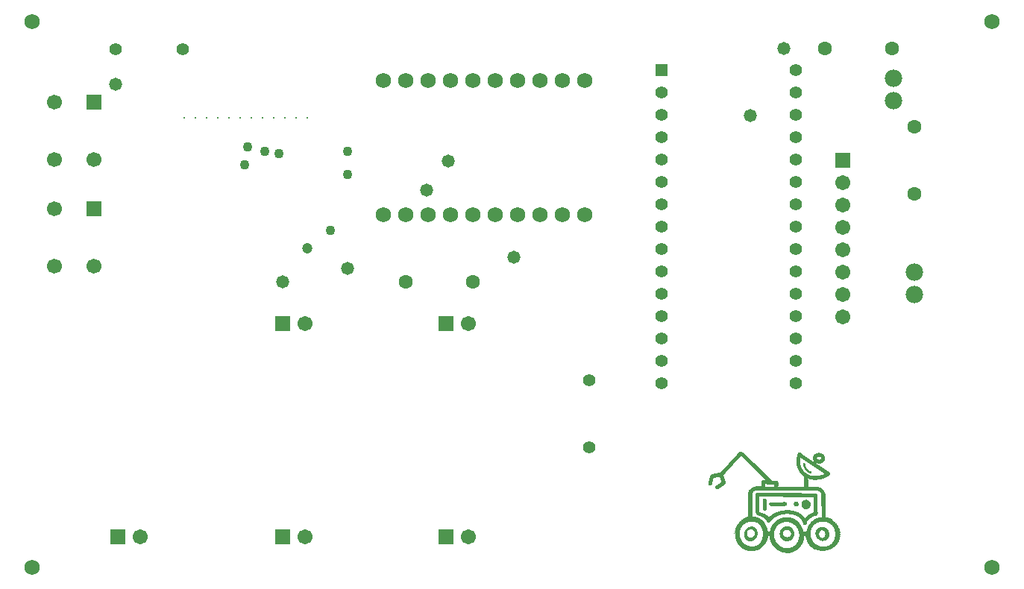
<source format=gts>
G04*
G04 #@! TF.GenerationSoftware,Altium Limited,Altium Designer,22.5.1 (42)*
G04*
G04 Layer_Color=8388736*
%FSLAX44Y44*%
%MOMM*%
G71*
G04*
G04 #@! TF.SameCoordinates,59833303-F81C-41AE-A648-6339ECF52ADC*
G04*
G04*
G04 #@! TF.FilePolarity,Negative*
G04*
G01*
G75*
%ADD16C,0.2286*%
%ADD17C,1.4032*%
%ADD18C,1.2032*%
%ADD19C,1.7012*%
%ADD20R,1.7012X1.7012*%
%ADD21C,1.7032*%
%ADD22R,1.7032X1.7032*%
%ADD23C,1.6032*%
%ADD24C,1.7272*%
%ADD25C,1.4140*%
%ADD26R,1.4140X1.4140*%
%ADD27R,1.7032X1.7032*%
%ADD28C,1.9812*%
%ADD29C,1.4732*%
%ADD30C,1.1032*%
G36*
X826637Y152324D02*
X828059D01*
Y152040D01*
X828628D01*
Y151756D01*
X828912D01*
Y151471D01*
X829196D01*
Y151187D01*
X829765D01*
Y150903D01*
X830049D01*
Y150618D01*
X830334D01*
Y150334D01*
X830618D01*
Y150050D01*
X830902D01*
Y149765D01*
X831187D01*
Y149481D01*
X831471D01*
Y149197D01*
X831755D01*
Y148912D01*
X832040D01*
Y148628D01*
X832324D01*
Y148344D01*
X832608D01*
Y148059D01*
X832893D01*
Y147775D01*
X833177D01*
Y147491D01*
X833461D01*
Y147206D01*
X833745D01*
Y146922D01*
X834030D01*
Y146638D01*
X834314D01*
Y146353D01*
X834598D01*
Y146069D01*
X834883D01*
Y145785D01*
X835167D01*
Y145500D01*
X835452D01*
Y145216D01*
X835736D01*
Y144932D01*
X836020D01*
Y144647D01*
X836304D01*
Y144363D01*
X836589D01*
Y144079D01*
X836873D01*
Y143794D01*
X837158D01*
Y143510D01*
X837442D01*
Y143226D01*
X837726D01*
Y142941D01*
X838010D01*
Y142657D01*
X838295D01*
Y142373D01*
X838579D01*
Y142088D01*
X838863D01*
Y141804D01*
X839148D01*
Y141520D01*
X839432D01*
Y141235D01*
X839716D01*
Y140951D01*
X840001D01*
Y140667D01*
X840285D01*
Y140382D01*
X840569D01*
Y140098D01*
X840854D01*
Y139814D01*
X841422D01*
Y139529D01*
X841707D01*
Y139245D01*
X841991D01*
Y138961D01*
X842275D01*
Y138676D01*
X842560D01*
Y138392D01*
X842844D01*
Y138108D01*
X843128D01*
Y137823D01*
X843413D01*
Y137539D01*
X843697D01*
Y137255D01*
X843981D01*
Y136971D01*
X844266D01*
Y136686D01*
X844550D01*
Y136402D01*
X844834D01*
Y136117D01*
X845119D01*
Y135833D01*
X845403D01*
Y135549D01*
X845687D01*
Y135265D01*
X845972D01*
Y134980D01*
X846256D01*
Y134696D01*
X846540D01*
Y134411D01*
X846825D01*
Y134127D01*
X847109D01*
Y133843D01*
X847393D01*
Y133559D01*
X847678D01*
Y133274D01*
X847962D01*
Y132990D01*
X848246D01*
Y132705D01*
X848531D01*
Y132421D01*
X848815D01*
Y132137D01*
X849099D01*
Y131853D01*
X849384D01*
Y131568D01*
X849668D01*
Y131284D01*
X849952D01*
Y131000D01*
X850237D01*
Y130715D01*
X850521D01*
Y130431D01*
X850805D01*
Y130147D01*
X851090D01*
Y129862D01*
X851374D01*
Y129578D01*
X851658D01*
Y129294D01*
X851943D01*
Y129009D01*
X852227D01*
Y128725D01*
X852795D01*
Y128441D01*
X853080D01*
Y128156D01*
X853364D01*
Y127872D01*
X853649D01*
Y127588D01*
X853933D01*
Y127303D01*
X854217D01*
Y127019D01*
X854501D01*
Y126735D01*
X854786D01*
Y126450D01*
X855070D01*
Y126166D01*
X855355D01*
Y125882D01*
X855639D01*
Y125597D01*
X855923D01*
Y125313D01*
X856208D01*
Y125029D01*
X856492D01*
Y124744D01*
X856776D01*
Y124460D01*
X857060D01*
Y124176D01*
X857345D01*
Y123891D01*
X857629D01*
Y123607D01*
X857913D01*
Y123323D01*
X858198D01*
Y123038D01*
X858482D01*
Y122754D01*
X858766D01*
Y122470D01*
X859051D01*
Y122185D01*
X859335D01*
Y121901D01*
X859619D01*
Y121617D01*
X859904D01*
Y121332D01*
X860188D01*
Y121048D01*
X860472D01*
Y120764D01*
X860757D01*
Y120479D01*
X861041D01*
Y120195D01*
X861325D01*
Y119911D01*
X866728D01*
Y119626D01*
X867865D01*
Y119342D01*
X868149D01*
Y119058D01*
X868434D01*
Y118773D01*
X868718D01*
Y117921D01*
X869002D01*
Y113940D01*
X868718D01*
Y113087D01*
X892886D01*
Y112802D01*
X898288D01*
Y124460D01*
X898004D01*
Y124744D01*
X897435D01*
Y125029D01*
X897151D01*
Y125313D01*
X896866D01*
Y125597D01*
X896298D01*
Y125882D01*
X896013D01*
Y126166D01*
X895729D01*
Y126450D01*
X895445D01*
Y126735D01*
X895160D01*
Y127019D01*
X894876D01*
Y127303D01*
X894592D01*
Y127588D01*
X894307D01*
Y127872D01*
X894023D01*
Y128156D01*
X893739D01*
Y128725D01*
X893455D01*
Y129009D01*
X893170D01*
Y129294D01*
X892886D01*
Y129862D01*
X892601D01*
Y130147D01*
X892317D01*
Y130715D01*
X892033D01*
Y131284D01*
X891749D01*
Y131853D01*
X891464D01*
Y132421D01*
X891180D01*
Y132990D01*
X890895D01*
Y133559D01*
X890611D01*
Y134411D01*
X890327D01*
Y135265D01*
X890042D01*
Y136402D01*
X889758D01*
Y137823D01*
X889474D01*
Y140382D01*
X889190D01*
Y142657D01*
X889474D01*
Y145216D01*
X889758D01*
Y146922D01*
X890042D01*
Y148059D01*
X890327D01*
Y148912D01*
X890611D01*
Y149765D01*
X890895D01*
Y150618D01*
X891180D01*
Y150903D01*
X891464D01*
Y151471D01*
X892033D01*
Y151756D01*
X892601D01*
Y152040D01*
X893455D01*
Y151756D01*
X894307D01*
Y151471D01*
X894592D01*
Y151187D01*
X894876D01*
Y150618D01*
X895160D01*
Y150334D01*
X895445D01*
Y150050D01*
X895729D01*
Y149765D01*
X896298D01*
Y149481D01*
X896582D01*
Y149197D01*
X897151D01*
Y148912D01*
X897435D01*
Y148628D01*
X898004D01*
Y148344D01*
X898288D01*
Y148059D01*
X898857D01*
Y147775D01*
X899141D01*
Y147491D01*
X899710D01*
Y147206D01*
X899994D01*
Y146922D01*
X900563D01*
Y146638D01*
X900847D01*
Y146353D01*
X901416D01*
Y146069D01*
X901700D01*
Y145785D01*
X902269D01*
Y145500D01*
X902553D01*
Y145216D01*
X903122D01*
Y144932D01*
X903406D01*
Y144647D01*
X903975D01*
Y144363D01*
X904259D01*
Y144079D01*
X904828D01*
Y143794D01*
X905112D01*
Y143510D01*
X905681D01*
Y143226D01*
X905965D01*
Y142941D01*
X906534D01*
Y142657D01*
X906818D01*
Y142373D01*
X907387D01*
Y142088D01*
X907671D01*
Y141804D01*
X908240D01*
Y141520D01*
X908524D01*
Y141235D01*
X909092D01*
Y141520D01*
X909377D01*
Y142373D01*
X909092D01*
Y142657D01*
X908808D01*
Y143226D01*
X908524D01*
Y144363D01*
X908240D01*
Y146353D01*
X908524D01*
Y147491D01*
X908808D01*
Y148059D01*
X909092D01*
Y148628D01*
X909377D01*
Y148912D01*
X909661D01*
Y149197D01*
X909946D01*
Y149481D01*
X910230D01*
Y149765D01*
X910514D01*
Y150050D01*
X910798D01*
Y150334D01*
X911367D01*
Y150618D01*
X911936D01*
Y150903D01*
X912789D01*
Y151187D01*
X913926D01*
Y151471D01*
X915916D01*
Y151187D01*
X917054D01*
Y150903D01*
X917907D01*
Y150618D01*
X918475D01*
Y150334D01*
X919044D01*
Y150050D01*
X919328D01*
Y149765D01*
X919897D01*
Y149481D01*
X920181D01*
Y149197D01*
X920466D01*
Y148628D01*
X920750D01*
Y148344D01*
X921034D01*
Y147775D01*
X921319D01*
Y147206D01*
X921603D01*
Y146353D01*
X921887D01*
Y144079D01*
X921603D01*
Y142941D01*
X921319D01*
Y142373D01*
X921034D01*
Y142088D01*
X920750D01*
Y141520D01*
X920466D01*
Y141235D01*
X920181D01*
Y140951D01*
X919897D01*
Y140667D01*
X919328D01*
Y140382D01*
X919044D01*
Y140098D01*
X918475D01*
Y139814D01*
X917907D01*
Y139529D01*
X917054D01*
Y139245D01*
X913357D01*
Y139529D01*
X912505D01*
Y138676D01*
X912789D01*
Y138392D01*
X913357D01*
Y138108D01*
X913642D01*
Y137823D01*
X914210D01*
Y137539D01*
X914495D01*
Y137255D01*
X915063D01*
Y136971D01*
X915348D01*
Y136686D01*
X915916D01*
Y136402D01*
X916201D01*
Y136117D01*
X916769D01*
Y135833D01*
X917054D01*
Y135549D01*
X917622D01*
Y135265D01*
X917907D01*
Y134980D01*
X918475D01*
Y134696D01*
X918760D01*
Y134411D01*
X919328D01*
Y134127D01*
X919613D01*
Y133843D01*
X920181D01*
Y133559D01*
X920466D01*
Y133274D01*
X921034D01*
Y132990D01*
X921319D01*
Y132705D01*
X921887D01*
Y132421D01*
X922172D01*
Y132137D01*
X922740D01*
Y131853D01*
X923025D01*
Y131568D01*
X923593D01*
Y131284D01*
X923878D01*
Y131000D01*
X924446D01*
Y130715D01*
X924731D01*
Y130431D01*
X925015D01*
Y130147D01*
X925584D01*
Y129862D01*
X926152D01*
Y129578D01*
X926437D01*
Y129294D01*
X926721D01*
Y129009D01*
X927005D01*
Y128725D01*
X927290D01*
Y128441D01*
X927574D01*
Y127872D01*
X927858D01*
Y127588D01*
X927574D01*
Y126735D01*
X927290D01*
Y126166D01*
X927005D01*
Y125882D01*
X926721D01*
Y125597D01*
X926437D01*
Y125313D01*
X925868D01*
Y125029D01*
X925584D01*
Y124744D01*
X925015D01*
Y124460D01*
X924446D01*
Y124176D01*
X923878D01*
Y123891D01*
X923309D01*
Y123607D01*
X922740D01*
Y123323D01*
X922172D01*
Y123038D01*
X921319D01*
Y122754D01*
X920750D01*
Y122470D01*
X919897D01*
Y122185D01*
X919044D01*
Y121901D01*
X917907D01*
Y121617D01*
X916769D01*
Y121332D01*
X915348D01*
Y121048D01*
X913073D01*
Y120764D01*
X908524D01*
Y121048D01*
X906249D01*
Y121332D01*
X905112D01*
Y121617D01*
X903975D01*
Y121901D01*
X903122D01*
Y122185D01*
X902837D01*
Y121901D01*
X902553D01*
Y121617D01*
X902837D01*
Y112802D01*
X913357D01*
Y112518D01*
X915063D01*
Y112234D01*
X915916D01*
Y111950D01*
X916485D01*
Y111665D01*
X917054D01*
Y111381D01*
X917622D01*
Y111097D01*
X917907D01*
Y110812D01*
X918475D01*
Y110528D01*
X918760D01*
Y110244D01*
X919044D01*
Y109959D01*
X919328D01*
Y109675D01*
X919613D01*
Y109391D01*
X919897D01*
Y109106D01*
X920181D01*
Y108538D01*
X920466D01*
Y108253D01*
X920750D01*
Y107685D01*
X921034D01*
Y107116D01*
X921319D01*
Y106547D01*
X921603D01*
Y105694D01*
X921887D01*
Y104841D01*
X922172D01*
Y103135D01*
X922456D01*
Y99439D01*
X922172D01*
Y88350D01*
X922456D01*
Y80673D01*
X922740D01*
Y80389D01*
X922456D01*
Y79252D01*
X922740D01*
Y78683D01*
X922456D01*
Y78399D01*
X923593D01*
Y78115D01*
X924731D01*
Y77830D01*
X925584D01*
Y77546D01*
X926152D01*
Y77262D01*
X927005D01*
Y76977D01*
X927574D01*
Y76693D01*
X927858D01*
Y76977D01*
X928427D01*
Y76693D01*
X928142D01*
Y76409D01*
X928427D01*
Y76124D01*
X928996D01*
Y75840D01*
X929564D01*
Y75556D01*
X929848D01*
Y75271D01*
X930133D01*
Y74987D01*
X930702D01*
Y74703D01*
X930986D01*
Y74418D01*
X931270D01*
Y74134D01*
X932123D01*
Y72997D01*
X933260D01*
Y72712D01*
X933545D01*
Y72428D01*
X933829D01*
Y71575D01*
X934682D01*
Y71006D01*
X934966D01*
Y70722D01*
X935251D01*
Y70438D01*
X935535D01*
Y69869D01*
X935819D01*
Y69585D01*
X936104D01*
Y69300D01*
X935819D01*
Y69016D01*
X936388D01*
Y68732D01*
X936672D01*
Y68163D01*
X936957D01*
Y67879D01*
X936672D01*
Y67594D01*
X937241D01*
Y67310D01*
X937525D01*
Y66741D01*
X937241D01*
Y66457D01*
X937810D01*
Y65888D01*
X938094D01*
Y65035D01*
X938378D01*
Y64182D01*
X938663D01*
Y63329D01*
X938947D01*
Y61908D01*
X939231D01*
Y60486D01*
X938663D01*
Y60202D01*
X938947D01*
Y59633D01*
X939231D01*
Y57927D01*
X938947D01*
Y57074D01*
X939231D01*
Y55652D01*
X938947D01*
Y54515D01*
X938663D01*
Y53662D01*
X938378D01*
Y53378D01*
X938094D01*
Y53094D01*
X938378D01*
Y52525D01*
X938094D01*
Y51956D01*
X937810D01*
Y51388D01*
X937525D01*
Y50535D01*
X937241D01*
Y50250D01*
X936672D01*
Y49966D01*
X936957D01*
Y49682D01*
X936388D01*
Y49397D01*
X936672D01*
Y49113D01*
X936388D01*
Y48829D01*
X935819D01*
Y48544D01*
X936104D01*
Y48260D01*
X935819D01*
Y47691D01*
X935535D01*
Y47407D01*
X935251D01*
Y47123D01*
X934966D01*
Y46838D01*
X934398D01*
Y46270D01*
X934113D01*
Y45985D01*
X933545D01*
Y45701D01*
X933829D01*
Y45417D01*
X933545D01*
Y45132D01*
X933260D01*
Y44848D01*
X932976D01*
Y44564D01*
X932408D01*
Y44279D01*
X932123D01*
Y43995D01*
X931270D01*
Y43426D01*
X930986D01*
Y43142D01*
X930702D01*
Y43426D01*
X930417D01*
Y42858D01*
X928996D01*
Y42573D01*
X928711D01*
Y42289D01*
X928142D01*
Y42005D01*
X927574D01*
Y41720D01*
X926721D01*
Y41436D01*
X925868D01*
Y41152D01*
X925015D01*
Y40868D01*
X923593D01*
Y40583D01*
X922172D01*
Y40299D01*
X919613D01*
Y40015D01*
X917338D01*
Y40299D01*
X915348D01*
Y40583D01*
X913926D01*
Y40868D01*
X913073D01*
Y41152D01*
X912220D01*
Y41436D01*
X910798D01*
Y41720D01*
X910230D01*
Y42005D01*
X909377D01*
Y42289D01*
X908524D01*
Y42573D01*
X908240D01*
Y42858D01*
X908524D01*
Y43142D01*
X907671D01*
Y43711D01*
X907102D01*
Y43995D01*
X906534D01*
Y44279D01*
X906249D01*
Y44564D01*
X905965D01*
Y44848D01*
X905681D01*
Y45132D01*
X905396D01*
Y45417D01*
X905112D01*
Y45701D01*
X904828D01*
Y45985D01*
X905112D01*
Y46270D01*
X904828D01*
Y46554D01*
X904543D01*
Y46270D01*
X904259D01*
Y46554D01*
X903975D01*
Y46838D01*
X904259D01*
Y47407D01*
X903975D01*
Y47123D01*
X903690D01*
Y47407D01*
X903406D01*
Y47691D01*
X903122D01*
Y48260D01*
X902837D01*
Y48544D01*
X903122D01*
Y48829D01*
X902553D01*
Y49113D01*
X902269D01*
Y49682D01*
X901984D01*
Y49966D01*
X902269D01*
Y50250D01*
X901700D01*
Y50819D01*
X901416D01*
Y51672D01*
X901131D01*
Y52241D01*
X900847D01*
Y53094D01*
X900563D01*
Y53947D01*
X900847D01*
Y54231D01*
X900563D01*
Y54515D01*
X900278D01*
Y55368D01*
X899994D01*
Y56505D01*
X898288D01*
Y54800D01*
X898004D01*
Y54515D01*
X897719D01*
Y54231D01*
X897435D01*
Y53947D01*
X898004D01*
Y53094D01*
X897719D01*
Y51956D01*
X897435D01*
Y51388D01*
X897151D01*
Y51103D01*
X896866D01*
Y50819D01*
X897151D01*
Y50250D01*
X896866D01*
Y49682D01*
X896582D01*
Y49113D01*
X896298D01*
Y48544D01*
X896013D01*
Y47976D01*
X895729D01*
Y47407D01*
X895445D01*
Y47123D01*
X895160D01*
Y46554D01*
X894876D01*
Y46270D01*
X894592D01*
Y45701D01*
X894307D01*
Y45417D01*
X894023D01*
Y45132D01*
X893739D01*
Y44564D01*
X893170D01*
Y43995D01*
X892886D01*
Y43711D01*
X892601D01*
Y43426D01*
X892317D01*
Y43142D01*
X892033D01*
Y42858D01*
X891749D01*
Y42573D01*
X891464D01*
Y42289D01*
X891180D01*
Y42573D01*
X890895D01*
Y41720D01*
X890327D01*
Y41436D01*
X890042D01*
Y41152D01*
X889758D01*
Y40868D01*
X888905D01*
Y40583D01*
X888337D01*
Y40015D01*
X887768D01*
Y39730D01*
X887199D01*
Y39446D01*
X886915D01*
Y39162D01*
X886346D01*
Y39446D01*
X886062D01*
Y39162D01*
X885493D01*
Y38593D01*
X885209D01*
Y38877D01*
X884925D01*
Y38593D01*
X884356D01*
Y38308D01*
X883787D01*
Y38024D01*
X882934D01*
Y37740D01*
X880944D01*
Y37455D01*
X876963D01*
Y38024D01*
X874973D01*
Y38308D01*
X873836D01*
Y38593D01*
X872983D01*
Y38877D01*
X872130D01*
Y39162D01*
X871277D01*
Y39446D01*
X870708D01*
Y39730D01*
X869855D01*
Y40015D01*
X869571D01*
Y40299D01*
X869002D01*
Y40583D01*
X868434D01*
Y40868D01*
X868149D01*
Y41152D01*
X867581D01*
Y41436D01*
X867296D01*
Y41720D01*
X866728D01*
Y42005D01*
X866443D01*
Y42289D01*
X866159D01*
Y42573D01*
X865875D01*
Y42858D01*
X865590D01*
Y43142D01*
X865022D01*
Y43426D01*
X864737D01*
Y43995D01*
X864169D01*
Y44564D01*
X863884D01*
Y44848D01*
X863600D01*
Y45132D01*
X863316D01*
Y45417D01*
X863031D01*
Y45701D01*
X862747D01*
Y46270D01*
X862463D01*
Y46554D01*
X862178D01*
Y47123D01*
X861894D01*
Y47407D01*
X861610D01*
Y47976D01*
X861325D01*
Y48544D01*
X861041D01*
Y49113D01*
X860757D01*
Y49682D01*
X860472D01*
Y50250D01*
X860188D01*
Y51103D01*
X859904D01*
Y51672D01*
X859619D01*
Y52809D01*
X859335D01*
Y53947D01*
X859051D01*
Y55084D01*
X858766D01*
Y57074D01*
X857345D01*
Y56221D01*
X857060D01*
Y54515D01*
X856776D01*
Y53662D01*
X856492D01*
Y52809D01*
X856208D01*
Y51956D01*
X855923D01*
Y51388D01*
X855639D01*
Y50819D01*
X855355D01*
Y50250D01*
X855070D01*
Y49682D01*
X854786D01*
Y49397D01*
X854501D01*
Y48829D01*
X854217D01*
Y48544D01*
X853933D01*
Y47976D01*
X853649D01*
Y47691D01*
X853364D01*
Y47407D01*
X853080D01*
Y46838D01*
X852795D01*
Y46554D01*
X852511D01*
Y46270D01*
X852227D01*
Y45985D01*
X851943D01*
Y45701D01*
X851658D01*
Y45417D01*
X851374D01*
Y45132D01*
X850805D01*
Y44848D01*
X850521D01*
Y44564D01*
X850237D01*
Y44279D01*
X849952D01*
Y43995D01*
X849384D01*
Y43711D01*
X849099D01*
Y43426D01*
X848815D01*
Y43142D01*
X848531D01*
Y42858D01*
X848246D01*
Y42573D01*
X848531D01*
Y42289D01*
X848246D01*
Y42573D01*
X847962D01*
Y42289D01*
X847678D01*
Y42005D01*
X847393D01*
Y41720D01*
X846825D01*
Y41436D01*
X846540D01*
Y41152D01*
X846256D01*
Y40868D01*
X845687D01*
Y40583D01*
X842560D01*
Y40299D01*
X841422D01*
Y40015D01*
X839716D01*
Y39730D01*
X836873D01*
Y40015D01*
X834598D01*
Y40299D01*
X833461D01*
Y40583D01*
X832324D01*
Y40868D01*
X831471D01*
Y41152D01*
X830902D01*
Y41436D01*
X830334D01*
Y41720D01*
X829765D01*
Y42005D01*
X829196D01*
Y42289D01*
X828628D01*
Y42573D01*
X828343D01*
Y42858D01*
X827775D01*
Y43142D01*
X827490D01*
Y43426D01*
X827206D01*
Y43711D01*
X826637D01*
Y43995D01*
X826353D01*
Y44279D01*
X826069D01*
Y44564D01*
X825784D01*
Y44848D01*
X825500D01*
Y45132D01*
X825216D01*
Y45417D01*
X824931D01*
Y45701D01*
X824647D01*
Y45985D01*
X824363D01*
Y46270D01*
X824078D01*
Y46554D01*
X823794D01*
Y47123D01*
X823510D01*
Y47407D01*
X823225D01*
Y47691D01*
X822941D01*
Y48260D01*
X822657D01*
Y48829D01*
X822372D01*
Y49113D01*
X822088D01*
Y49682D01*
X821804D01*
Y50250D01*
X821519D01*
Y50819D01*
X821235D01*
Y51672D01*
X820951D01*
Y52525D01*
X820666D01*
Y53378D01*
X820382D01*
Y54515D01*
X820098D01*
Y56221D01*
X819813D01*
Y60202D01*
X819529D01*
Y59917D01*
X818960D01*
Y59633D01*
X818392D01*
Y60202D01*
X818676D01*
Y60486D01*
X819245D01*
Y61055D01*
X819813D01*
Y61908D01*
X819529D01*
Y63045D01*
X819813D01*
Y64182D01*
X820098D01*
Y65035D01*
X820666D01*
Y65320D01*
X820382D01*
Y65888D01*
X820666D01*
Y66457D01*
X820951D01*
Y67026D01*
X821519D01*
Y67310D01*
X821235D01*
Y67594D01*
X821804D01*
Y67879D01*
X821519D01*
Y68163D01*
X821804D01*
Y68732D01*
X822088D01*
Y69300D01*
X822372D01*
Y69585D01*
X822941D01*
Y69869D01*
X822657D01*
Y70153D01*
X822941D01*
Y70438D01*
X823225D01*
Y70722D01*
X823510D01*
Y71291D01*
X823794D01*
Y71575D01*
X824078D01*
Y71859D01*
X824363D01*
Y72428D01*
X824647D01*
Y72712D01*
X824931D01*
Y72997D01*
X825216D01*
Y73281D01*
X825500D01*
Y73565D01*
X825784D01*
Y73850D01*
X826069D01*
Y74134D01*
X826637D01*
Y74418D01*
X826922D01*
Y74987D01*
X827206D01*
Y75271D01*
X827775D01*
Y75556D01*
X828059D01*
Y75840D01*
X828343D01*
Y76124D01*
X829196D01*
Y76693D01*
X829481D01*
Y76977D01*
X830049D01*
Y77262D01*
X830902D01*
Y77546D01*
X831187D01*
Y77830D01*
X831471D01*
Y78115D01*
X832040D01*
Y78399D01*
X833177D01*
Y78683D01*
X833461D01*
Y78399D01*
X833745D01*
Y78967D01*
X834030D01*
Y79252D01*
X834314D01*
Y89488D01*
X834598D01*
Y95174D01*
X834314D01*
Y95743D01*
X834030D01*
Y96027D01*
X834598D01*
Y95743D01*
X834883D01*
Y100861D01*
X834598D01*
Y101145D01*
X834883D01*
Y101429D01*
X834598D01*
Y102567D01*
X834883D01*
Y103135D01*
X834598D01*
Y105979D01*
X834883D01*
Y106832D01*
X835167D01*
Y107969D01*
X835452D01*
Y108538D01*
X835736D01*
Y109106D01*
X836020D01*
Y109391D01*
X836589D01*
Y109675D01*
X836873D01*
Y109959D01*
X837158D01*
Y110244D01*
X837442D01*
Y110528D01*
X837726D01*
Y110812D01*
X838010D01*
Y111097D01*
X838579D01*
Y111381D01*
X838863D01*
Y111665D01*
X839148D01*
Y111950D01*
X839716D01*
Y112234D01*
X840285D01*
Y112518D01*
X840854D01*
Y112802D01*
X841707D01*
Y113087D01*
X843128D01*
Y113371D01*
X849384D01*
Y116783D01*
Y117067D01*
X849668D01*
Y118773D01*
X849952D01*
Y119342D01*
X850237D01*
Y119626D01*
X850521D01*
Y119911D01*
X850805D01*
Y120195D01*
X851943D01*
Y120479D01*
X853364D01*
Y120195D01*
X854786D01*
Y120479D01*
X854501D01*
Y120764D01*
X854217D01*
Y121048D01*
X853933D01*
Y121332D01*
X853649D01*
Y121617D01*
X853364D01*
Y121901D01*
X853080D01*
Y122185D01*
X852795D01*
Y122470D01*
X852511D01*
Y122754D01*
X852227D01*
Y123038D01*
X851943D01*
Y123323D01*
X851658D01*
Y123607D01*
X851374D01*
Y123891D01*
X851090D01*
Y124176D01*
X850805D01*
Y124460D01*
X850521D01*
Y124744D01*
X850237D01*
Y125029D01*
X849952D01*
Y125313D01*
X849668D01*
Y125597D01*
X849384D01*
Y125882D01*
X848815D01*
Y126166D01*
X848531D01*
Y126450D01*
X848246D01*
Y126735D01*
X847962D01*
Y127019D01*
X847678D01*
Y127303D01*
X847393D01*
Y127588D01*
X847109D01*
Y127872D01*
X846825D01*
Y128156D01*
X846540D01*
Y128441D01*
X846256D01*
Y128725D01*
X845972D01*
Y129009D01*
X845687D01*
Y129294D01*
X845403D01*
Y129578D01*
X845119D01*
Y129862D01*
X844834D01*
Y130147D01*
X844550D01*
Y130431D01*
X844266D01*
Y130715D01*
X843981D01*
Y131000D01*
X843697D01*
Y131284D01*
X843413D01*
Y131568D01*
X843128D01*
Y131853D01*
X842844D01*
Y132137D01*
X842560D01*
Y132421D01*
X842275D01*
Y132705D01*
X841991D01*
Y132990D01*
X841707D01*
Y133274D01*
X841422D01*
Y133559D01*
X841138D01*
Y133843D01*
X840854D01*
Y134127D01*
X840569D01*
Y134411D01*
X840285D01*
Y134696D01*
X840001D01*
Y134980D01*
X839716D01*
Y135265D01*
X839432D01*
Y135549D01*
X839148D01*
Y135833D01*
X838863D01*
Y136117D01*
X838579D01*
Y136402D01*
X838295D01*
Y136686D01*
X838010D01*
Y136971D01*
X837726D01*
Y137255D01*
X837442D01*
Y137539D01*
X837158D01*
Y137823D01*
X836589D01*
Y138108D01*
X836304D01*
Y138392D01*
X836020D01*
Y138676D01*
X835736D01*
Y138961D01*
X835452D01*
Y139245D01*
X835167D01*
Y139529D01*
X834883D01*
Y139814D01*
X834598D01*
Y140098D01*
X834314D01*
Y140382D01*
X834030D01*
Y140667D01*
X833745D01*
Y140951D01*
X833461D01*
Y141235D01*
X833177D01*
Y141520D01*
X832893D01*
Y141804D01*
X832608D01*
Y142088D01*
X832324D01*
Y142373D01*
X832040D01*
Y142657D01*
X831755D01*
Y142941D01*
X831471D01*
Y143226D01*
X831187D01*
Y143510D01*
X830902D01*
Y143794D01*
X830618D01*
Y144079D01*
X830334D01*
Y144363D01*
X830049D01*
Y144647D01*
X829765D01*
Y144932D01*
X829481D01*
Y145216D01*
X829196D01*
Y145500D01*
X828912D01*
Y145785D01*
X828628D01*
Y146069D01*
X828343D01*
Y146353D01*
X828059D01*
Y146638D01*
X827775D01*
Y146922D01*
X827490D01*
Y147206D01*
X827206D01*
Y147491D01*
X826922D01*
Y147775D01*
X826353D01*
Y147491D01*
X826069D01*
Y147206D01*
X825784D01*
Y146922D01*
X825500D01*
Y146638D01*
X825216D01*
Y146353D01*
X824931D01*
Y146069D01*
X824647D01*
Y145785D01*
X824363D01*
Y145500D01*
X824078D01*
Y145216D01*
X823794D01*
Y144647D01*
X823510D01*
Y144363D01*
X823225D01*
Y144079D01*
X822941D01*
Y143794D01*
X822657D01*
Y143510D01*
X822372D01*
Y143226D01*
X822088D01*
Y142941D01*
X821804D01*
Y142657D01*
X821519D01*
Y142373D01*
X821235D01*
Y142088D01*
X820951D01*
Y141520D01*
X820666D01*
Y141235D01*
X820382D01*
Y140951D01*
X820098D01*
Y140667D01*
X819813D01*
Y140382D01*
X819529D01*
Y140098D01*
X819245D01*
Y139814D01*
X818960D01*
Y139529D01*
X818676D01*
Y139245D01*
X818392D01*
Y138961D01*
X818108D01*
Y138676D01*
X817823D01*
Y138108D01*
X817539D01*
Y137823D01*
X817254D01*
Y137539D01*
X816970D01*
Y137255D01*
X816686D01*
Y136971D01*
X816402D01*
Y136686D01*
X816117D01*
Y136402D01*
X815833D01*
Y136117D01*
X815548D01*
Y135833D01*
X815264D01*
Y135549D01*
X814980D01*
Y135265D01*
X814696D01*
Y134696D01*
X814411D01*
Y134411D01*
X814127D01*
Y134127D01*
X813842D01*
Y133843D01*
X813558D01*
Y133559D01*
X813274D01*
Y133274D01*
X812990D01*
Y132990D01*
X812705D01*
Y132705D01*
X812421D01*
Y132421D01*
X812137D01*
Y131853D01*
X811852D01*
Y131568D01*
X811568D01*
Y131284D01*
X811284D01*
Y131000D01*
X810999D01*
Y130715D01*
X810715D01*
Y130431D01*
X810431D01*
Y130147D01*
X810146D01*
Y129862D01*
X809862D01*
Y129578D01*
X809578D01*
Y129294D01*
X809293D01*
Y129009D01*
X809009D01*
Y128441D01*
X808725D01*
Y128156D01*
X808440D01*
Y127872D01*
X808156D01*
Y127588D01*
X807872D01*
Y127303D01*
X807587D01*
Y127019D01*
X807303D01*
Y126735D01*
X807019D01*
Y126450D01*
X806734D01*
Y126166D01*
X806450D01*
Y125313D01*
X806734D01*
Y124460D01*
X807019D01*
Y123607D01*
X807303D01*
Y122754D01*
X807587D01*
Y121901D01*
X807872D01*
Y121048D01*
X808156D01*
Y120195D01*
X808440D01*
Y119342D01*
X808725D01*
Y118489D01*
X809009D01*
Y117636D01*
X809293D01*
Y117067D01*
X809009D01*
Y116215D01*
X808725D01*
Y115930D01*
X808440D01*
Y115646D01*
X808156D01*
Y115361D01*
X807872D01*
Y115077D01*
X807303D01*
Y114793D01*
X807019D01*
Y114508D01*
X806734D01*
Y114224D01*
X806166D01*
Y113940D01*
X805881D01*
Y113656D01*
X805313D01*
Y113371D01*
X805028D01*
Y113087D01*
X804460D01*
Y112802D01*
X804175D01*
Y112518D01*
X803607D01*
Y112234D01*
X803322D01*
Y111950D01*
X802754D01*
Y111665D01*
X802469D01*
Y111381D01*
X801901D01*
Y111097D01*
X801616D01*
Y110812D01*
X801048D01*
Y110528D01*
X800763D01*
Y110244D01*
X798773D01*
Y110528D01*
X798489D01*
Y110812D01*
X798204D01*
Y111097D01*
X797920D01*
Y111381D01*
X797636D01*
Y113656D01*
X797920D01*
Y113940D01*
X798204D01*
Y114224D01*
X798489D01*
Y114508D01*
X799057D01*
Y114793D01*
X799342D01*
Y115077D01*
X799910D01*
Y115361D01*
X800195D01*
Y115646D01*
X800763D01*
Y115930D01*
X801048D01*
Y116215D01*
X801616D01*
Y116499D01*
X801901D01*
Y116783D01*
X802469D01*
Y117067D01*
X802754D01*
Y117352D01*
X803322D01*
Y117636D01*
X803607D01*
Y117921D01*
X804175D01*
Y119058D01*
X803891D01*
Y119911D01*
X803607D01*
Y120479D01*
X803322D01*
Y121617D01*
X803038D01*
Y122470D01*
X802754D01*
Y123323D01*
X802469D01*
Y124176D01*
X801048D01*
Y123891D01*
X799910D01*
Y123607D01*
X798489D01*
Y123323D01*
X797067D01*
Y123038D01*
X795930D01*
Y122754D01*
X795361D01*
Y121901D01*
X795077D01*
Y120764D01*
X794792D01*
Y119626D01*
X794508D01*
Y118773D01*
X794224D01*
Y117636D01*
X793940D01*
Y116499D01*
X793655D01*
Y115646D01*
X793371D01*
Y115077D01*
X793087D01*
Y114793D01*
X792802D01*
Y114508D01*
X792234D01*
Y114224D01*
X790528D01*
Y114508D01*
X790243D01*
Y114793D01*
X789959D01*
Y115077D01*
X789675D01*
Y115361D01*
X789390D01*
Y117636D01*
X789675D01*
Y118773D01*
X789959D01*
Y119626D01*
X790243D01*
Y120764D01*
X790528D01*
Y121901D01*
X790812D01*
Y123038D01*
X791096D01*
Y124176D01*
X791381D01*
Y125029D01*
X791665D01*
Y125882D01*
X791949D01*
Y126166D01*
X792234D01*
Y126450D01*
X792518D01*
Y126735D01*
X792802D01*
Y127019D01*
X794792D01*
Y127303D01*
X795930D01*
Y127588D01*
X797352D01*
Y127872D01*
X798489D01*
Y128156D01*
X799910D01*
Y128441D01*
X801332D01*
Y128725D01*
X802469D01*
Y129009D01*
X803322D01*
Y129294D01*
X803607D01*
Y129578D01*
X803891D01*
Y129862D01*
X804175D01*
Y130147D01*
X804460D01*
Y130431D01*
X804744D01*
Y130715D01*
X805028D01*
Y131000D01*
X805313D01*
Y131284D01*
X805597D01*
Y131568D01*
X805881D01*
Y131853D01*
X806166D01*
Y132421D01*
X806450D01*
Y132705D01*
X806734D01*
Y132990D01*
X807019D01*
Y133274D01*
X807303D01*
Y133559D01*
X807587D01*
Y133843D01*
X807872D01*
Y134127D01*
X808156D01*
Y134411D01*
X808440D01*
Y134696D01*
X808725D01*
Y134980D01*
X809009D01*
Y135265D01*
X809293D01*
Y135833D01*
X809578D01*
Y136117D01*
X809862D01*
Y136402D01*
X810146D01*
Y136686D01*
X810431D01*
Y136971D01*
X810715D01*
Y137255D01*
X810999D01*
Y137539D01*
X811284D01*
Y137823D01*
X811568D01*
Y138108D01*
X811852D01*
Y138392D01*
X812137D01*
Y138676D01*
X812421D01*
Y139245D01*
X812705D01*
Y139529D01*
X812990D01*
Y139814D01*
X813274D01*
Y140098D01*
X813558D01*
Y140382D01*
X813842D01*
Y140667D01*
X814127D01*
Y140951D01*
X814411D01*
Y141235D01*
X814696D01*
Y141520D01*
X814980D01*
Y141804D01*
X815264D01*
Y142088D01*
X815548D01*
Y142657D01*
X815833D01*
Y142941D01*
X816117D01*
Y143226D01*
X816402D01*
Y143510D01*
X816686D01*
Y143794D01*
X816970D01*
Y144079D01*
X817254D01*
Y144363D01*
X817539D01*
Y144647D01*
X817823D01*
Y144932D01*
X818108D01*
Y145216D01*
X818392D01*
Y145785D01*
X818676D01*
Y146069D01*
X818960D01*
Y146353D01*
X819245D01*
Y146638D01*
X819529D01*
Y146922D01*
X819813D01*
Y147206D01*
X820098D01*
Y147491D01*
X820382D01*
Y147775D01*
X820666D01*
Y148059D01*
X820951D01*
Y148344D01*
X821235D01*
Y148628D01*
X821519D01*
Y149197D01*
X821804D01*
Y149481D01*
X822088D01*
Y149765D01*
X822372D01*
Y150050D01*
X822657D01*
Y150334D01*
X822941D01*
Y150618D01*
X823225D01*
Y150903D01*
X823510D01*
Y151187D01*
X823794D01*
Y151471D01*
X824078D01*
Y151756D01*
X824363D01*
Y152040D01*
X824647D01*
Y152324D01*
X825216D01*
Y152608D01*
X826637D01*
Y152324D01*
D02*
G37*
G36*
X925299Y78115D02*
X924731D01*
Y78399D01*
X925299D01*
Y78115D01*
D02*
G37*
G36*
X925868Y77830D02*
X925584D01*
Y78115D01*
X925868D01*
Y77830D01*
D02*
G37*
G36*
X927290Y77262D02*
X927005D01*
Y77546D01*
X927290D01*
Y77262D01*
D02*
G37*
G36*
X929848Y75840D02*
X929564D01*
Y76124D01*
X929848D01*
Y75840D01*
D02*
G37*
G36*
X931270Y74703D02*
X930986D01*
Y74987D01*
X931270D01*
Y74703D01*
D02*
G37*
G36*
X894876Y43711D02*
X894592D01*
Y43995D01*
X894876D01*
Y43711D01*
D02*
G37*
%LPC*%
G36*
X916201Y146922D02*
X913926D01*
Y146638D01*
X913357D01*
Y146353D01*
X913073D01*
Y146069D01*
X912789D01*
Y144932D01*
X913073D01*
Y144647D01*
X913357D01*
Y144363D01*
X913642D01*
Y144079D01*
X913926D01*
Y143794D01*
X914495D01*
Y143510D01*
X915916D01*
Y143794D01*
X916769D01*
Y144079D01*
X917054D01*
Y144363D01*
X917338D01*
Y144647D01*
Y145785D01*
X917054D01*
Y146353D01*
X916485D01*
Y146638D01*
X916201D01*
Y146922D01*
D02*
G37*
G36*
X894876Y145500D02*
X894023D01*
Y144079D01*
X893739D01*
Y138961D01*
X894023D01*
Y137255D01*
X894307D01*
Y136402D01*
X894592D01*
Y135549D01*
X894876D01*
Y134696D01*
X895160D01*
Y134127D01*
X895445D01*
Y133559D01*
X895729D01*
Y132990D01*
X896013D01*
Y132705D01*
X896298D01*
Y132137D01*
X896582D01*
Y131853D01*
X896866D01*
Y131568D01*
X897151D01*
Y131284D01*
Y131000D01*
X897435D01*
Y130715D01*
X897719D01*
Y130431D01*
X898004D01*
Y130147D01*
X898288D01*
Y129862D01*
X898572D01*
Y129578D01*
X898857D01*
Y129294D01*
X899141D01*
Y129009D01*
X899425D01*
Y128725D01*
X899994D01*
Y128441D01*
X900278D01*
Y128156D01*
X900847D01*
Y127872D01*
X901131D01*
Y127588D01*
X901700D01*
Y127303D01*
X902269D01*
Y127019D01*
X902837D01*
Y126735D01*
X903406D01*
Y126450D01*
X904259D01*
Y126166D01*
X905112D01*
Y125882D01*
X906249D01*
Y125597D01*
X907671D01*
Y125313D01*
X913926D01*
Y125597D01*
X915632D01*
Y125882D01*
X916769D01*
Y126166D01*
X917907D01*
Y126450D01*
X918760D01*
Y126735D01*
X919613D01*
Y127019D01*
X920181D01*
Y127303D01*
X920750D01*
Y127588D01*
X921034D01*
Y127872D01*
X920750D01*
Y128156D01*
X920181D01*
Y128441D01*
X919897D01*
Y128725D01*
X919328D01*
Y129009D01*
X919044D01*
Y129294D01*
X918475D01*
Y129578D01*
X918191D01*
Y129862D01*
X917622D01*
Y130147D01*
X917338D01*
Y130431D01*
X916769D01*
Y130715D01*
X916485D01*
Y131000D01*
X915916D01*
Y131284D01*
X915632D01*
Y131568D01*
X915063D01*
Y131853D01*
X914779D01*
Y132137D01*
X914210D01*
Y132421D01*
X913926D01*
Y132705D01*
X913357D01*
Y132990D01*
X913073D01*
Y133274D01*
X912505D01*
Y133559D01*
X912220D01*
Y133843D01*
X911652D01*
Y134127D01*
X911367D01*
Y134411D01*
X910798D01*
Y134696D01*
X910514D01*
Y134980D01*
X909946D01*
Y135265D01*
X909661D01*
Y135549D01*
X909092D01*
Y135833D01*
X908808D01*
Y136117D01*
X908240D01*
Y136402D01*
X907955D01*
Y136686D01*
X907387D01*
Y136971D01*
X907102D01*
Y137255D01*
X906534D01*
Y137539D01*
X906249D01*
Y137823D01*
X905681D01*
Y138108D01*
X905396D01*
Y138392D01*
X904828D01*
Y138676D01*
X904543D01*
Y138961D01*
X903975D01*
Y139245D01*
X903690D01*
Y139529D01*
X903122D01*
Y139814D01*
X902837D01*
Y140098D01*
X902269D01*
Y140382D01*
X901984D01*
Y140667D01*
X901416D01*
Y140951D01*
X901131D01*
Y141235D01*
X900563D01*
Y141520D01*
X900278D01*
Y141804D01*
X899994D01*
Y142088D01*
X899425D01*
Y142373D01*
X899141D01*
Y142657D01*
X898572D01*
Y142941D01*
X898004D01*
Y143226D01*
X897719D01*
Y143510D01*
X897435D01*
Y143794D01*
X896866D01*
Y144079D01*
X896582D01*
Y144363D01*
X896013D01*
Y144647D01*
X895729D01*
Y144932D01*
X895160D01*
Y145216D01*
X894876D01*
Y145500D01*
D02*
G37*
G36*
X855923Y115930D02*
X853933D01*
Y113087D01*
X864453D01*
Y115361D01*
X863600D01*
Y115646D01*
X855923D01*
Y115930D01*
D02*
G37*
G36*
X863031Y108822D02*
X843128D01*
Y108538D01*
X842560D01*
Y108253D01*
X841991D01*
Y107969D01*
X841422D01*
Y107685D01*
X840854D01*
Y107400D01*
X840569D01*
Y107116D01*
X840285D01*
Y106832D01*
X840001D01*
Y106263D01*
X839716D01*
Y79252D01*
X840001D01*
Y78967D01*
X842275D01*
Y78683D01*
X843697D01*
Y78399D01*
X844550D01*
Y78115D01*
X845403D01*
Y77830D01*
X845972D01*
Y77546D01*
X846825D01*
Y77262D01*
X847109D01*
Y76977D01*
X847678D01*
Y76693D01*
X848246D01*
Y76409D01*
X848531D01*
Y76124D01*
X849099D01*
Y75840D01*
X849384D01*
Y75556D01*
X849952D01*
Y75271D01*
X850237D01*
Y74987D01*
X850521D01*
Y74703D01*
X850805D01*
Y74418D01*
X851090D01*
Y74134D01*
X851374D01*
Y73850D01*
X851658D01*
Y73565D01*
X851943D01*
Y73281D01*
X852227D01*
Y72997D01*
X852511D01*
Y72712D01*
X852795D01*
Y72144D01*
X853080D01*
Y71859D01*
X853364D01*
Y71291D01*
X853649D01*
Y71006D01*
X853933D01*
Y70438D01*
X854217D01*
Y69869D01*
X854501D01*
Y69585D01*
X854786D01*
Y69016D01*
X855070D01*
Y68163D01*
X855355D01*
Y67594D01*
X855639D01*
Y66741D01*
X855923D01*
Y65888D01*
X856208D01*
Y65035D01*
X856492D01*
Y63898D01*
X856776D01*
Y62476D01*
X857060D01*
Y61623D01*
X859051D01*
Y61908D01*
X859335D01*
Y63045D01*
X859619D01*
Y64182D01*
X859904D01*
Y65035D01*
X860188D01*
Y65888D01*
X860472D01*
Y66457D01*
X860757D01*
Y67310D01*
X861041D01*
Y67879D01*
X861325D01*
Y68163D01*
X861610D01*
Y68732D01*
X861894D01*
Y69300D01*
X862178D01*
Y69585D01*
X862463D01*
Y69869D01*
Y70153D01*
X862747D01*
Y70438D01*
X863031D01*
Y71006D01*
X863316D01*
Y71291D01*
X863600D01*
Y71575D01*
X863884D01*
Y71859D01*
X864169D01*
Y72144D01*
X864453D01*
Y72428D01*
X864737D01*
Y72712D01*
X865022D01*
Y72997D01*
X865306D01*
Y73281D01*
X865590D01*
Y73565D01*
X865875D01*
Y73850D01*
X866159D01*
Y74134D01*
X866443D01*
Y74418D01*
X867012D01*
Y74703D01*
X867296D01*
Y74987D01*
X867865D01*
Y75271D01*
X868149D01*
Y75556D01*
X868718D01*
Y75840D01*
X869002D01*
Y76124D01*
X869571D01*
Y76409D01*
X870140D01*
Y76693D01*
X870993D01*
Y76977D01*
X871561D01*
Y77262D01*
X872414D01*
Y77546D01*
X873267D01*
Y77830D01*
X874689D01*
Y78115D01*
X876110D01*
Y78399D01*
X880375D01*
Y78115D01*
X882081D01*
Y77830D01*
X883219D01*
Y77546D01*
X884072D01*
Y77262D01*
X884925D01*
Y76977D01*
X885778D01*
Y76693D01*
X886346D01*
Y76409D01*
X886915D01*
Y76124D01*
X887484D01*
Y75840D01*
X887768D01*
Y75556D01*
X888337D01*
Y75271D01*
X888905D01*
Y74987D01*
X889190D01*
Y74703D01*
X889474D01*
Y74418D01*
X890042D01*
Y74134D01*
X890327D01*
Y73850D01*
X890611D01*
Y73565D01*
X890895D01*
Y73281D01*
X891180D01*
Y72997D01*
X891464D01*
Y72712D01*
X891749D01*
Y72428D01*
X892033D01*
Y72144D01*
X892317D01*
Y71859D01*
X892601D01*
Y71575D01*
X892886D01*
Y71291D01*
X893170D01*
Y70722D01*
X893455D01*
Y70438D01*
X893739D01*
Y70153D01*
X894023D01*
Y69585D01*
X894307D01*
Y69300D01*
X894592D01*
Y68732D01*
X894876D01*
Y68163D01*
X895160D01*
Y67879D01*
X895445D01*
Y67026D01*
X895729D01*
Y66457D01*
X896013D01*
Y65888D01*
X896298D01*
Y65035D01*
X896582D01*
Y64182D01*
X896866D01*
Y63329D01*
X897151D01*
Y61908D01*
X897435D01*
Y61623D01*
X900847D01*
Y62476D01*
X901131D01*
Y63614D01*
X901416D01*
Y64751D01*
X901700D01*
Y65604D01*
X901984D01*
Y66457D01*
X902269D01*
Y67026D01*
X902553D01*
Y67594D01*
X902837D01*
Y68163D01*
X903122D01*
Y68732D01*
X903406D01*
Y69300D01*
X903690D01*
Y69585D01*
X903975D01*
Y70153D01*
X904259D01*
Y70438D01*
X904543D01*
Y71006D01*
X904828D01*
Y71291D01*
X905112D01*
Y71575D01*
X905396D01*
Y71859D01*
X905681D01*
Y72428D01*
X905965D01*
Y72712D01*
X906249D01*
Y72997D01*
X906534D01*
Y73281D01*
X906818D01*
Y73565D01*
X907102D01*
Y73850D01*
X907671D01*
Y74134D01*
X907955D01*
Y74418D01*
X908240D01*
Y74703D01*
X908524D01*
Y74987D01*
X909092D01*
Y75271D01*
X909377D01*
Y75556D01*
X909946D01*
Y75840D01*
X910230D01*
Y76124D01*
X910798D01*
Y76409D01*
X911367D01*
Y76693D01*
X911936D01*
Y76977D01*
X912505D01*
Y77262D01*
X913357D01*
Y77546D01*
X914210D01*
Y77830D01*
X915063D01*
Y78115D01*
X916201D01*
Y78399D01*
X917907D01*
Y90341D01*
X917622D01*
Y104557D01*
X917338D01*
Y105126D01*
X917054D01*
Y105694D01*
X916769D01*
Y106263D01*
X916485D01*
Y106547D01*
X916201D01*
Y106832D01*
X915916D01*
Y107116D01*
X915632D01*
Y107400D01*
X915063D01*
Y107685D01*
X914779D01*
Y107969D01*
X913926D01*
Y108253D01*
X908808D01*
Y108538D01*
X863031D01*
Y108822D01*
D02*
G37*
G36*
X840285Y73281D02*
X837158D01*
Y72997D01*
X835452D01*
Y72712D01*
X834598D01*
Y72428D01*
X833745D01*
Y72144D01*
X832893D01*
Y71859D01*
X832324D01*
Y71575D01*
X832040D01*
Y71291D01*
X831471D01*
Y71006D01*
X830902D01*
Y70722D01*
X830618D01*
Y70438D01*
X830334D01*
Y70153D01*
X829765D01*
Y69869D01*
X829481D01*
Y69585D01*
X829196D01*
Y69300D01*
X828912D01*
Y69016D01*
X828628D01*
Y68732D01*
X828343D01*
Y68447D01*
X828059D01*
Y67879D01*
X827775D01*
Y67594D01*
X827490D01*
Y67310D01*
X827206D01*
Y66741D01*
X826922D01*
Y66173D01*
X826637D01*
Y65888D01*
X826353D01*
Y65035D01*
X826069D01*
Y64467D01*
X825784D01*
Y63898D01*
X825500D01*
Y62761D01*
X825216D01*
Y61055D01*
X824931D01*
Y57927D01*
X825216D01*
Y56221D01*
X825500D01*
Y55084D01*
X825784D01*
Y54231D01*
X826069D01*
Y53662D01*
X826353D01*
Y53094D01*
X826637D01*
Y52525D01*
X826922D01*
Y51956D01*
X827206D01*
Y51672D01*
X827490D01*
Y51103D01*
X827775D01*
Y50819D01*
X828059D01*
Y50535D01*
X828343D01*
Y49966D01*
X828628D01*
Y49682D01*
X828912D01*
Y49397D01*
X829196D01*
Y49113D01*
X829481D01*
Y48829D01*
X829765D01*
Y48544D01*
X830334D01*
Y48260D01*
X830618D01*
Y47976D01*
X830902D01*
Y47691D01*
X831471D01*
Y47407D01*
X831755D01*
Y47123D01*
X832324D01*
Y46838D01*
X832893D01*
Y46554D01*
X833461D01*
Y46270D01*
X834314D01*
Y45985D01*
X835167D01*
Y45701D01*
X836304D01*
Y45417D01*
X838295D01*
Y45132D01*
X840001D01*
Y45417D01*
X841991D01*
Y45701D01*
X843128D01*
Y45985D01*
X843981D01*
Y46270D01*
X844550D01*
Y46554D01*
X845403D01*
Y46838D01*
X845687D01*
Y47123D01*
X846256D01*
Y47407D01*
X846540D01*
Y47691D01*
X847109D01*
Y48260D01*
X847393D01*
Y48544D01*
X847678D01*
Y48829D01*
X847962D01*
Y49113D01*
X848246D01*
Y49682D01*
X848531D01*
Y49966D01*
X848815D01*
Y50535D01*
X849099D01*
Y51103D01*
X849384D01*
Y51672D01*
X849668D01*
Y52241D01*
X849952D01*
Y52809D01*
X850237D01*
Y53662D01*
X850521D01*
Y54515D01*
X850805D01*
Y55652D01*
X851090D01*
Y57358D01*
X851374D01*
Y60486D01*
X851090D01*
Y62476D01*
X850805D01*
Y63614D01*
X850521D01*
Y64467D01*
X850237D01*
Y65035D01*
X849952D01*
Y65888D01*
X849668D01*
Y66457D01*
X849384D01*
Y67026D01*
X849099D01*
Y67310D01*
X848815D01*
Y67879D01*
X848531D01*
Y68447D01*
X848246D01*
Y68732D01*
X847962D01*
Y69016D01*
X847678D01*
Y69300D01*
X847393D01*
Y69869D01*
X847109D01*
Y70153D01*
X846825D01*
Y70438D01*
X846540D01*
Y70722D01*
X846256D01*
Y71006D01*
X845972D01*
Y71291D01*
X845687D01*
Y71575D01*
X845119D01*
Y71859D01*
X844550D01*
Y72144D01*
X843697D01*
Y72428D01*
X843128D01*
Y72712D01*
X841991D01*
Y72997D01*
X840285D01*
Y73281D01*
D02*
G37*
G36*
X922172D02*
X916769D01*
Y72997D01*
X915632D01*
Y72712D01*
X914779D01*
Y72428D01*
X913926D01*
Y72144D01*
X913357D01*
Y71859D01*
X912789D01*
Y71575D01*
X912220D01*
Y71291D01*
X911936D01*
Y71006D01*
X911367D01*
Y70722D01*
X911083D01*
Y70438D01*
X910514D01*
Y70153D01*
X910230D01*
Y69869D01*
X909946D01*
Y69585D01*
X909661D01*
Y69300D01*
X909377D01*
Y69016D01*
X909092D01*
Y68732D01*
X908808D01*
Y68447D01*
X908524D01*
Y68163D01*
X908240D01*
Y67594D01*
X907955D01*
Y67310D01*
X907671D01*
Y66741D01*
X907387D01*
Y66457D01*
X907102D01*
Y65888D01*
X906818D01*
Y65320D01*
X906534D01*
Y64467D01*
X906249D01*
Y63898D01*
X905965D01*
Y62761D01*
X905681D01*
Y61339D01*
X905396D01*
Y57643D01*
X905681D01*
Y55937D01*
X905965D01*
Y55084D01*
X906249D01*
Y54231D01*
X906534D01*
Y53662D01*
X906818D01*
Y53094D01*
X907102D01*
Y52525D01*
X907387D01*
Y51956D01*
X907671D01*
Y51672D01*
X907955D01*
Y51103D01*
X908240D01*
Y50819D01*
X908524D01*
Y50535D01*
X908808D01*
Y49966D01*
X909092D01*
Y49682D01*
X909377D01*
Y49397D01*
X909661D01*
Y49113D01*
X909946D01*
Y48829D01*
X910230D01*
Y48544D01*
X910514D01*
Y48260D01*
X911083D01*
Y47976D01*
X911367D01*
Y47691D01*
X911652D01*
Y47407D01*
X912220D01*
Y47123D01*
X912789D01*
Y46838D01*
X913073D01*
Y46554D01*
X913642D01*
Y46270D01*
X914210D01*
Y45985D01*
X915063D01*
Y45701D01*
X915916D01*
Y45417D01*
X917054D01*
Y45132D01*
X919044D01*
Y44848D01*
X921319D01*
Y45132D01*
X923309D01*
Y45417D01*
X924162D01*
Y45701D01*
X925015D01*
Y45985D01*
X925868D01*
Y46270D01*
X926437D01*
Y46554D01*
X927005D01*
Y46838D01*
X927290D01*
Y47123D01*
X927858D01*
Y47407D01*
X928142D01*
Y47691D01*
X928427D01*
Y47976D01*
X928996D01*
Y48260D01*
X929280D01*
Y48544D01*
X929564D01*
Y48829D01*
X929848D01*
Y49113D01*
X930133D01*
Y49682D01*
X930417D01*
Y49966D01*
X930702D01*
Y50250D01*
X930986D01*
Y50819D01*
X931270D01*
Y51103D01*
X931554D01*
Y51672D01*
X931839D01*
Y52241D01*
X932123D01*
Y52809D01*
X932408D01*
Y53662D01*
X932692D01*
Y54515D01*
X932976D01*
Y55652D01*
X933260D01*
Y58211D01*
X933545D01*
Y59633D01*
X933260D01*
Y62192D01*
X932976D01*
Y63329D01*
X932692D01*
Y64182D01*
X932408D01*
Y65035D01*
X932123D01*
Y65604D01*
X931839D01*
Y66173D01*
X931554D01*
Y66741D01*
X931270D01*
Y67310D01*
X930986D01*
Y67879D01*
X930702D01*
Y68163D01*
X930417D01*
Y68447D01*
X930133D01*
Y68732D01*
X929848D01*
Y69300D01*
X929564D01*
Y69585D01*
X929280D01*
Y69869D01*
X928711D01*
Y70153D01*
X928427D01*
Y70438D01*
X928142D01*
Y70722D01*
X927574D01*
Y71006D01*
X927290D01*
Y71291D01*
X926721D01*
Y71575D01*
X926152D01*
Y71859D01*
X925584D01*
Y72144D01*
X925015D01*
Y72428D01*
X924162D01*
Y72712D01*
X923309D01*
Y72997D01*
X922172D01*
Y73281D01*
D02*
G37*
G36*
X878954Y72997D02*
X876963D01*
Y72712D01*
X874973D01*
Y72428D01*
X873836D01*
Y72144D01*
X872983D01*
Y71859D01*
X872414D01*
Y71575D01*
X871845D01*
Y71291D01*
X871277D01*
Y71006D01*
X870708D01*
Y70722D01*
X870424D01*
Y70438D01*
X869855D01*
Y70153D01*
X869571D01*
Y69869D01*
X869287D01*
Y69585D01*
X869002D01*
Y69300D01*
X868718D01*
Y69016D01*
X868434D01*
Y68732D01*
X868149D01*
Y68447D01*
X867865D01*
Y68163D01*
X867581D01*
Y67879D01*
X867296D01*
Y67594D01*
X867012D01*
Y67310D01*
X866728D01*
Y66741D01*
X866443D01*
Y66457D01*
X866159D01*
Y65888D01*
X865875D01*
Y65320D01*
X865590D01*
Y64751D01*
X865306D01*
Y64182D01*
X865022D01*
Y63329D01*
X864737D01*
Y62476D01*
X864453D01*
Y61055D01*
X864169D01*
Y55937D01*
X864453D01*
Y54515D01*
X864737D01*
Y53662D01*
X865022D01*
Y52809D01*
X865306D01*
Y52241D01*
X865590D01*
Y51672D01*
X865875D01*
Y51103D01*
X866159D01*
Y50535D01*
X866443D01*
Y49966D01*
X866728D01*
Y49682D01*
X867012D01*
Y49397D01*
X867296D01*
Y48829D01*
X867581D01*
Y48544D01*
X867865D01*
Y48260D01*
X868149D01*
Y47976D01*
X868434D01*
Y47691D01*
X868718D01*
Y47407D01*
X869002D01*
Y47123D01*
X869287D01*
Y46838D01*
X869571D01*
Y46554D01*
X869855D01*
Y46270D01*
X870140D01*
Y45985D01*
X870708D01*
Y45701D01*
X870993D01*
Y45417D01*
X871561D01*
Y45132D01*
X872130D01*
Y44848D01*
X872699D01*
Y44564D01*
X873267D01*
Y44279D01*
X873836D01*
Y43995D01*
X874689D01*
Y43711D01*
X875826D01*
Y43426D01*
X878954D01*
Y43142D01*
X879238D01*
Y43426D01*
X881797D01*
Y43711D01*
X882934D01*
Y43995D01*
X883503D01*
Y44279D01*
X884356D01*
Y44564D01*
X884925D01*
Y44848D01*
X885493D01*
Y45132D01*
X885778D01*
Y45417D01*
X886346D01*
Y45701D01*
X886631D01*
Y45985D01*
X887199D01*
Y46270D01*
X887484D01*
Y46554D01*
X887768D01*
Y46838D01*
X888052D01*
Y47123D01*
X888337D01*
Y47407D01*
X888621D01*
Y47691D01*
X888905D01*
Y47976D01*
X889190D01*
Y48260D01*
X889474D01*
Y48544D01*
X889758D01*
Y49113D01*
X890042D01*
Y49397D01*
X890327D01*
Y49966D01*
X890611D01*
Y50535D01*
X890895D01*
Y50819D01*
X891180D01*
Y51672D01*
X891464D01*
Y52241D01*
X891749D01*
Y53094D01*
X892033D01*
Y54231D01*
X892317D01*
Y55652D01*
X892601D01*
Y57358D01*
Y57643D01*
Y59349D01*
X892317D01*
Y61055D01*
X892033D01*
Y62192D01*
X891749D01*
Y63045D01*
X891464D01*
Y63898D01*
X891180D01*
Y64467D01*
X890895D01*
Y65035D01*
X890611D01*
Y65320D01*
X890327D01*
Y65888D01*
X890042D01*
Y66457D01*
X889758D01*
Y66741D01*
X889474D01*
Y67026D01*
X889190D01*
Y67594D01*
X888905D01*
Y67879D01*
X888621D01*
Y68163D01*
X888337D01*
Y68447D01*
X888052D01*
Y68732D01*
X887768D01*
Y69016D01*
X887484D01*
Y69300D01*
X887199D01*
Y69585D01*
X886915D01*
Y69869D01*
X886346D01*
Y70153D01*
X886062D01*
Y70438D01*
X885493D01*
Y70722D01*
X885209D01*
Y71006D01*
X884640D01*
Y71291D01*
X884072D01*
Y71575D01*
X883503D01*
Y71859D01*
X882934D01*
Y72144D01*
X882081D01*
Y72428D01*
X880944D01*
Y72712D01*
X878954D01*
Y72997D01*
D02*
G37*
%LPD*%
G36*
X898719Y139814D02*
X899004D01*
Y138961D01*
X899288D01*
Y136971D01*
X899572D01*
Y136117D01*
X899856D01*
Y135549D01*
X900141D01*
Y134980D01*
X900425D01*
Y134411D01*
X900709D01*
Y134127D01*
X900994D01*
Y133559D01*
X901278D01*
Y133274D01*
X901562D01*
Y132990D01*
X901847D01*
Y132705D01*
X902131D01*
Y132137D01*
X902415D01*
Y131853D01*
X902984D01*
Y131568D01*
X903268D01*
Y131284D01*
X903553D01*
Y131000D01*
X903837D01*
Y130715D01*
X904406D01*
Y130431D01*
X905827D01*
Y130147D01*
X906396D01*
Y129578D01*
X906680D01*
Y128441D01*
X906396D01*
Y128156D01*
X905827D01*
Y127872D01*
X904406D01*
Y128156D01*
X903553D01*
Y128441D01*
X902984D01*
Y128725D01*
X902700D01*
Y129009D01*
X902131D01*
Y129294D01*
X901847D01*
Y129578D01*
X901562D01*
Y129862D01*
X900994D01*
Y130147D01*
X900709D01*
Y130431D01*
X900425D01*
Y130715D01*
X900141D01*
Y131284D01*
X899856D01*
Y131568D01*
X899572D01*
Y131853D01*
X899288D01*
Y132137D01*
X899004D01*
Y132705D01*
X898719D01*
Y132990D01*
X898435D01*
Y133559D01*
X898150D01*
Y134127D01*
X897866D01*
Y134696D01*
X897582D01*
Y135265D01*
X897298D01*
Y136117D01*
X897013D01*
Y137255D01*
X896729D01*
Y139529D01*
X897013D01*
Y139814D01*
X897298D01*
Y140098D01*
X898719D01*
Y139814D01*
D02*
G37*
G36*
X895729Y105410D02*
X911367D01*
Y105126D01*
X911936D01*
Y104841D01*
X912220D01*
Y104557D01*
X912505D01*
Y104273D01*
X912789D01*
Y103988D01*
X913073D01*
Y103135D01*
X913357D01*
Y84085D01*
X913642D01*
Y82095D01*
X913357D01*
Y81242D01*
X913073D01*
Y80958D01*
X912789D01*
Y80673D01*
X912505D01*
Y80389D01*
X912220D01*
Y80105D01*
X911083D01*
Y79820D01*
X909946D01*
Y79536D01*
X909377D01*
Y79252D01*
X908524D01*
Y78967D01*
X907955D01*
Y78683D01*
X907671D01*
Y78399D01*
X907102D01*
Y78115D01*
X906534D01*
Y77830D01*
X906249D01*
Y77546D01*
X905681D01*
Y77262D01*
X905396D01*
Y76977D01*
X905112D01*
Y76693D01*
X904828D01*
Y76409D01*
X904259D01*
Y76124D01*
X903975D01*
Y75840D01*
X903690D01*
Y75556D01*
X903406D01*
Y75271D01*
X903122D01*
Y74987D01*
X902837D01*
Y74418D01*
X902553D01*
Y74134D01*
X902269D01*
Y73850D01*
X901984D01*
Y73565D01*
X901700D01*
Y72997D01*
X901416D01*
Y71859D01*
X901131D01*
Y70438D01*
X900847D01*
Y70153D01*
X900563D01*
Y69869D01*
X900278D01*
Y69585D01*
X899994D01*
Y69300D01*
X898288D01*
Y69585D01*
X897719D01*
Y69869D01*
X897435D01*
Y70153D01*
X897151D01*
Y71006D01*
X896866D01*
Y72144D01*
X896582D01*
Y72997D01*
X896298D01*
Y73565D01*
X896013D01*
Y74134D01*
X895729D01*
Y74703D01*
X895445D01*
Y74987D01*
X895160D01*
Y75556D01*
X894876D01*
Y75840D01*
X894592D01*
Y76124D01*
X894307D01*
Y76409D01*
X894023D01*
Y76693D01*
X893739D01*
Y76977D01*
X893455D01*
Y77262D01*
X893170D01*
Y77546D01*
X892886D01*
Y77830D01*
X892317D01*
Y78115D01*
X892033D01*
Y78399D01*
X891749D01*
Y78683D01*
X891180D01*
Y78967D01*
X890895D01*
Y79252D01*
X890327D01*
Y79536D01*
X889758D01*
Y79820D01*
X889190D01*
Y80105D01*
X888621D01*
Y80389D01*
X887768D01*
Y80673D01*
X886915D01*
Y80958D01*
X886062D01*
Y81242D01*
X884925D01*
Y81526D01*
X883503D01*
Y81811D01*
X881228D01*
Y82095D01*
X876963D01*
Y81811D01*
X874689D01*
Y81526D01*
X872983D01*
Y81242D01*
X871845D01*
Y80958D01*
X870993D01*
Y80673D01*
X869855D01*
Y80389D01*
X869287D01*
Y80105D01*
X868434D01*
Y79820D01*
X867865D01*
Y79536D01*
X867296D01*
Y79252D01*
X866728D01*
Y78967D01*
X866159D01*
Y78683D01*
X865590D01*
Y78399D01*
X865022D01*
Y78115D01*
X864737D01*
Y77830D01*
X864169D01*
Y77546D01*
X863884D01*
Y77262D01*
X863600D01*
Y76977D01*
X863031D01*
Y76693D01*
X862747D01*
Y76409D01*
X862463D01*
Y76124D01*
X862178D01*
Y75840D01*
X861894D01*
Y75556D01*
X861610D01*
Y75271D01*
X861325D01*
Y74987D01*
X861041D01*
Y74703D01*
X860757D01*
Y74134D01*
X860472D01*
Y73850D01*
X860188D01*
Y73565D01*
X859904D01*
Y72997D01*
X859619D01*
Y72712D01*
X859335D01*
Y72428D01*
X858766D01*
Y72144D01*
X857060D01*
Y72428D01*
X856776D01*
Y72712D01*
X856492D01*
Y72997D01*
X856208D01*
Y73281D01*
X855923D01*
Y73850D01*
X855639D01*
Y74418D01*
X855355D01*
Y74703D01*
X855070D01*
Y75271D01*
X854786D01*
Y75556D01*
X854501D01*
Y75840D01*
X854217D01*
Y76124D01*
X853933D01*
Y76409D01*
X853649D01*
Y76693D01*
X853364D01*
Y76977D01*
X853080D01*
Y77262D01*
X852511D01*
Y77546D01*
X852227D01*
Y77830D01*
X851658D01*
Y78115D01*
X851090D01*
Y78399D01*
X850521D01*
Y78683D01*
X849952D01*
Y78967D01*
X849384D01*
Y79252D01*
X848531D01*
Y79536D01*
X847962D01*
Y79820D01*
X847393D01*
Y80105D01*
X845972D01*
Y80389D01*
X845403D01*
Y80673D01*
X845119D01*
Y80958D01*
X844834D01*
Y81242D01*
X844266D01*
Y81526D01*
X843981D01*
Y82095D01*
X843697D01*
Y82664D01*
X843413D01*
Y83232D01*
X843128D01*
Y84938D01*
X842844D01*
Y100576D01*
X842560D01*
Y104273D01*
X842844D01*
Y104841D01*
X843128D01*
Y105126D01*
X843413D01*
Y105410D01*
X843697D01*
Y105694D01*
X895729D01*
Y105410D01*
D02*
G37*
%LPC*%
G36*
X874405Y101429D02*
X847109D01*
Y89488D01*
X847393D01*
Y84085D01*
X847678D01*
Y83801D01*
X849099D01*
Y83517D01*
X850237D01*
Y83232D01*
X851090D01*
Y82948D01*
X851658D01*
Y82664D01*
X852511D01*
Y82379D01*
X853080D01*
Y82095D01*
X853649D01*
Y81811D01*
X854217D01*
Y81526D01*
X854501D01*
Y81242D01*
X855070D01*
Y80958D01*
X855355D01*
Y80673D01*
X855923D01*
Y80389D01*
X856208D01*
Y80105D01*
X856492D01*
Y79820D01*
X856776D01*
Y79536D01*
X857060D01*
Y79252D01*
X857629D01*
Y78967D01*
X857913D01*
Y78399D01*
X858482D01*
Y78683D01*
X858766D01*
Y78967D01*
X859051D01*
Y79252D01*
X859335D01*
Y79536D01*
X859619D01*
Y79820D01*
X860188D01*
Y80105D01*
X860472D01*
Y80389D01*
X860757D01*
Y80673D01*
X861041D01*
Y80958D01*
X861610D01*
Y81242D01*
X861894D01*
Y81526D01*
X862463D01*
Y81811D01*
X862747D01*
Y82095D01*
X863316D01*
Y82379D01*
X863884D01*
Y82664D01*
X864169D01*
Y82948D01*
X864737D01*
Y83232D01*
X865306D01*
Y83517D01*
X865875D01*
Y83801D01*
X866728D01*
Y84085D01*
X867296D01*
Y84370D01*
X868149D01*
Y84654D01*
X869002D01*
Y84938D01*
X869855D01*
Y85223D01*
X870993D01*
Y85507D01*
X872130D01*
Y85791D01*
X873551D01*
Y86076D01*
X875542D01*
Y86360D01*
X882650D01*
Y86076D01*
X884640D01*
Y85791D01*
X885778D01*
Y85507D01*
X887199D01*
Y85223D01*
X888052D01*
Y84938D01*
X888905D01*
Y84654D01*
X889758D01*
Y84370D01*
X890327D01*
Y84085D01*
X891180D01*
Y83801D01*
X891749D01*
Y83517D01*
X892317D01*
Y83232D01*
X892886D01*
Y82948D01*
X893170D01*
Y82664D01*
X893739D01*
Y82379D01*
X894307D01*
Y82095D01*
X894592D01*
Y81811D01*
X894876D01*
Y81526D01*
X895445D01*
Y81242D01*
X895729D01*
Y80958D01*
X896013D01*
Y80673D01*
X896298D01*
Y80389D01*
X896582D01*
Y80105D01*
X896866D01*
Y79820D01*
X897151D01*
Y79536D01*
X897435D01*
Y79252D01*
X897719D01*
Y78967D01*
X898004D01*
Y78683D01*
X898288D01*
Y78399D01*
X898572D01*
Y77830D01*
X898857D01*
Y77546D01*
X899141D01*
Y77262D01*
X899425D01*
Y77546D01*
X899710D01*
Y77830D01*
X899994D01*
Y78115D01*
X900278D01*
Y78683D01*
X900847D01*
Y78967D01*
X901131D01*
Y79252D01*
X901416D01*
Y79536D01*
X901700D01*
Y79820D01*
X901984D01*
Y80105D01*
X902269D01*
Y80389D01*
X902553D01*
Y80673D01*
X903122D01*
Y80958D01*
X903406D01*
Y81242D01*
X903975D01*
Y81526D01*
X904259D01*
Y81811D01*
X904828D01*
Y82095D01*
X905112D01*
Y82379D01*
X905681D01*
Y82664D01*
X906249D01*
Y82948D01*
X906818D01*
Y83232D01*
X907387D01*
Y83517D01*
X908240D01*
Y83801D01*
X909092D01*
Y92615D01*
Y92900D01*
Y99723D01*
X908808D01*
Y101145D01*
X874405D01*
Y101429D01*
D02*
G37*
%LPD*%
G36*
X876395Y95174D02*
X877532D01*
Y94890D01*
X877816D01*
Y94606D01*
X878101D01*
Y94321D01*
X878385D01*
Y93752D01*
X878669D01*
Y92615D01*
X878385D01*
Y92047D01*
X878101D01*
Y91478D01*
X877532D01*
Y91194D01*
X876963D01*
Y90909D01*
X865875D01*
Y90625D01*
X860188D01*
Y90909D01*
X859619D01*
Y91194D01*
X859051D01*
Y91478D01*
X858766D01*
Y92047D01*
X858482D01*
Y93752D01*
X858766D01*
Y94321D01*
X859051D01*
Y94606D01*
X859619D01*
Y94890D01*
X860472D01*
Y95174D01*
X874405D01*
Y95458D01*
X876395D01*
Y95174D01*
D02*
G37*
G36*
X889758Y95743D02*
X890327D01*
Y95458D01*
X890895D01*
Y95174D01*
X891180D01*
Y94890D01*
Y94606D01*
X891464D01*
Y94037D01*
X891749D01*
Y92900D01*
X892033D01*
Y92331D01*
X891749D01*
Y91762D01*
X891464D01*
Y91478D01*
X891180D01*
Y91194D01*
X890895D01*
Y90909D01*
X890327D01*
Y90625D01*
X889474D01*
Y90341D01*
X888337D01*
Y90625D01*
X887768D01*
Y90909D01*
X887199D01*
Y91194D01*
X886915D01*
Y91762D01*
X886631D01*
Y92331D01*
X886346D01*
Y94321D01*
X886631D01*
Y94890D01*
X886915D01*
Y95174D01*
X887199D01*
Y95458D01*
X887768D01*
Y95743D01*
X888337D01*
Y96027D01*
X889758D01*
Y95743D01*
D02*
G37*
G36*
X901131Y97733D02*
X902269D01*
Y97449D01*
X902837D01*
Y97164D01*
X903406D01*
Y96880D01*
X903690D01*
Y96596D01*
X903975D01*
Y96312D01*
X904259D01*
Y96027D01*
X904543D01*
Y95743D01*
X904828D01*
Y95174D01*
X905112D01*
Y94890D01*
X905396D01*
Y94037D01*
X905681D01*
Y91194D01*
X905396D01*
Y90341D01*
X905112D01*
Y89772D01*
X904828D01*
Y89488D01*
X904543D01*
Y89203D01*
X904259D01*
Y88919D01*
X903975D01*
Y88635D01*
X903690D01*
Y88350D01*
X903122D01*
Y88066D01*
X902553D01*
Y87782D01*
X901984D01*
Y87497D01*
X899141D01*
Y87782D01*
X898288D01*
Y88066D01*
X897719D01*
Y88350D01*
X897435D01*
Y88635D01*
X896866D01*
Y88919D01*
X896582D01*
Y89203D01*
X896298D01*
Y89488D01*
X896013D01*
Y90056D01*
X895729D01*
Y90625D01*
X895445D01*
Y91194D01*
X895160D01*
Y94321D01*
X895445D01*
Y95174D01*
X895729D01*
Y95458D01*
X896013D01*
Y96027D01*
X896298D01*
Y96312D01*
X896582D01*
Y96596D01*
X896866D01*
Y96880D01*
X897151D01*
Y97164D01*
X897719D01*
Y97449D01*
X898288D01*
Y97733D01*
X899425D01*
Y98018D01*
X901131D01*
Y97733D01*
D02*
G37*
G36*
X853933Y98870D02*
X854786D01*
Y98586D01*
X855070D01*
Y98018D01*
X855355D01*
Y96880D01*
X855639D01*
Y87213D01*
X855355D01*
Y86644D01*
X855070D01*
Y86360D01*
X854786D01*
Y86076D01*
X854217D01*
Y85791D01*
X852795D01*
Y86076D01*
X852227D01*
Y86360D01*
X851658D01*
Y86644D01*
X851374D01*
Y87782D01*
X851090D01*
Y98018D01*
X851374D01*
Y98586D01*
X851658D01*
Y98870D01*
X852795D01*
Y99155D01*
X853933D01*
Y98870D01*
D02*
G37*
G36*
X840001Y67310D02*
X840854D01*
Y67026D01*
X841422D01*
Y66741D01*
X841707D01*
Y66457D01*
X842275D01*
Y66173D01*
X842560D01*
Y65888D01*
X842844D01*
Y65604D01*
X843128D01*
Y65320D01*
X843413D01*
Y65035D01*
X843697D01*
Y64467D01*
X843981D01*
Y64182D01*
X844266D01*
Y63614D01*
X844550D01*
Y63045D01*
X844834D01*
Y61908D01*
X845119D01*
Y57643D01*
X844834D01*
Y56505D01*
X844550D01*
Y55937D01*
X844266D01*
Y55368D01*
X843981D01*
Y54800D01*
X843697D01*
Y54231D01*
X843413D01*
Y53947D01*
X843128D01*
Y53662D01*
X842844D01*
Y53378D01*
X842560D01*
Y53094D01*
X842275D01*
Y52809D01*
X841991D01*
Y52525D01*
X841707D01*
Y52241D01*
X841422D01*
Y51956D01*
X840854D01*
Y51672D01*
X840285D01*
Y51388D01*
X839716D01*
Y51103D01*
X838863D01*
Y50819D01*
X835452D01*
Y51103D01*
X834598D01*
Y51388D01*
X834030D01*
Y51672D01*
X833461D01*
Y51956D01*
X833177D01*
Y52241D01*
X832893D01*
Y52525D01*
X832608D01*
Y52809D01*
X832324D01*
Y53094D01*
X832040D01*
Y53378D01*
X831755D01*
Y53662D01*
X831471D01*
Y54231D01*
X831187D01*
Y54800D01*
X830902D01*
Y55368D01*
X830618D01*
Y56221D01*
X830334D01*
Y57927D01*
X830049D01*
Y59064D01*
X830334D01*
Y61055D01*
X830618D01*
Y61908D01*
X830902D01*
Y62476D01*
X831187D01*
Y63045D01*
X831471D01*
Y63614D01*
X831755D01*
Y64182D01*
X832040D01*
Y64467D01*
X832324D01*
Y64751D01*
X832608D01*
Y65035D01*
X832893D01*
Y65320D01*
X833177D01*
Y65604D01*
X833461D01*
Y65888D01*
X833745D01*
Y66173D01*
X834030D01*
Y66457D01*
X834598D01*
Y66741D01*
X835167D01*
Y67026D01*
X835736D01*
Y67310D01*
X836873D01*
Y67594D01*
X840001D01*
Y67310D01*
D02*
G37*
%LPC*%
G36*
X838863Y64467D02*
X836873D01*
Y64182D01*
X836020D01*
Y63898D01*
X835452D01*
Y63614D01*
X835167D01*
Y63329D01*
X834883D01*
Y63045D01*
X834598D01*
Y62761D01*
X834314D01*
Y62476D01*
X834030D01*
Y61908D01*
X833745D01*
Y61055D01*
X833461D01*
Y59917D01*
Y59633D01*
Y58211D01*
X833745D01*
Y57643D01*
X834030D01*
Y57074D01*
X834314D01*
Y56505D01*
X834598D01*
Y56221D01*
X834883D01*
Y55937D01*
X835167D01*
Y55652D01*
X835736D01*
Y55368D01*
X836304D01*
Y55084D01*
X838863D01*
Y55368D01*
X839432D01*
Y55652D01*
X840001D01*
Y55937D01*
X840285D01*
Y56221D01*
X840569D01*
Y56505D01*
X840854D01*
Y56790D01*
X841138D01*
Y57358D01*
X841422D01*
Y57927D01*
X841707D01*
Y59064D01*
X841991D01*
Y60202D01*
X841707D01*
Y61623D01*
X841422D01*
Y62192D01*
X841138D01*
Y62761D01*
X840854D01*
Y63045D01*
X840569D01*
Y63329D01*
X840285D01*
Y63614D01*
X839716D01*
Y63898D01*
X839432D01*
Y64182D01*
X838863D01*
Y64467D01*
D02*
G37*
%LPD*%
G36*
X920181Y66741D02*
X921319D01*
Y66457D01*
X921887D01*
Y66173D01*
X922456D01*
Y65888D01*
X923025D01*
Y65604D01*
X923309D01*
Y65320D01*
X923593D01*
Y65035D01*
X924162D01*
Y64751D01*
X924446D01*
Y64182D01*
X924731D01*
Y63898D01*
X925015D01*
Y63614D01*
X925299D01*
Y63329D01*
X925584D01*
Y62761D01*
X925868D01*
Y62192D01*
X926152D01*
Y61339D01*
X926437D01*
Y60202D01*
X926721D01*
Y57643D01*
X926437D01*
Y56221D01*
X926152D01*
Y55368D01*
X925868D01*
Y54800D01*
X925584D01*
Y54515D01*
X925299D01*
Y53947D01*
X925015D01*
Y53662D01*
X924731D01*
Y53378D01*
X924446D01*
Y53094D01*
X924162D01*
Y52809D01*
X923878D01*
Y52525D01*
X923309D01*
Y52241D01*
X923025D01*
Y51956D01*
X922456D01*
Y51672D01*
X921603D01*
Y51388D01*
X920181D01*
Y51103D01*
X918475D01*
Y51388D01*
X917054D01*
Y51672D01*
X916201D01*
Y51956D01*
X915632D01*
Y52241D01*
X915063D01*
Y52525D01*
X914779D01*
Y52809D01*
X914495D01*
Y53094D01*
X913926D01*
Y53378D01*
X913642D01*
Y53662D01*
X913357D01*
Y53947D01*
X913073D01*
Y54231D01*
X912789D01*
Y54800D01*
X912505D01*
Y55084D01*
X912220D01*
Y55652D01*
X911936D01*
Y56221D01*
X911652D01*
Y57074D01*
X911367D01*
Y58211D01*
X911083D01*
Y61055D01*
X911367D01*
Y61908D01*
X911652D01*
Y62761D01*
X911936D01*
Y63329D01*
X912220D01*
Y63898D01*
X912505D01*
Y64182D01*
X912789D01*
Y64467D01*
X913073D01*
Y64751D01*
X913357D01*
Y65035D01*
X913642D01*
Y65320D01*
X913926D01*
Y65604D01*
X914210D01*
Y65888D01*
X914779D01*
Y66173D01*
X915348D01*
Y66457D01*
X915916D01*
Y66741D01*
X916769D01*
Y67026D01*
X920181D01*
Y66741D01*
D02*
G37*
%LPC*%
G36*
X919328Y63329D02*
X917622D01*
Y63045D01*
X917054D01*
Y62761D01*
X916769D01*
Y62476D01*
X916485D01*
Y62192D01*
X916201D01*
Y61908D01*
X915916D01*
Y61623D01*
X915632D01*
Y61055D01*
X915348D01*
Y60202D01*
X915063D01*
Y57927D01*
X915348D01*
Y57074D01*
X915632D01*
Y56505D01*
X915916D01*
Y55937D01*
X916201D01*
Y55652D01*
X916485D01*
Y55368D01*
X916769D01*
Y55084D01*
X917338D01*
Y54800D01*
X917907D01*
Y54515D01*
X919328D01*
Y54800D01*
X920181D01*
Y55084D01*
X920466D01*
Y55368D01*
X920750D01*
Y55652D01*
X921034D01*
Y55937D01*
X921319D01*
Y56505D01*
X921603D01*
Y57074D01*
X921887D01*
Y58211D01*
X922172D01*
Y59349D01*
X921887D01*
Y60771D01*
X921603D01*
Y61339D01*
X921319D01*
Y61623D01*
X921034D01*
Y62192D01*
X920750D01*
Y62476D01*
X920466D01*
Y62761D01*
X919897D01*
Y63045D01*
X919328D01*
Y63329D01*
D02*
G37*
%LPD*%
G36*
X880375Y67594D02*
X881513D01*
Y67310D01*
X882081D01*
Y67026D01*
X882650D01*
Y66741D01*
X883219D01*
Y66457D01*
X883503D01*
Y66173D01*
X883787D01*
Y65888D01*
X884072D01*
Y65604D01*
X884356D01*
Y65320D01*
X884640D01*
Y65035D01*
X884925D01*
Y64751D01*
X885209D01*
Y64467D01*
X885493D01*
Y63898D01*
X885778D01*
Y63329D01*
X886062D01*
Y62761D01*
X886346D01*
Y61908D01*
X886631D01*
Y60771D01*
X886915D01*
Y57927D01*
X886631D01*
Y56790D01*
X886346D01*
Y55937D01*
X886062D01*
Y55368D01*
X885778D01*
Y54800D01*
X885493D01*
Y54231D01*
X885209D01*
Y53947D01*
X884925D01*
Y53662D01*
X884640D01*
Y53378D01*
X884356D01*
Y53094D01*
X884072D01*
Y52809D01*
X883787D01*
Y52525D01*
X883503D01*
Y52241D01*
X883219D01*
Y51956D01*
X882650D01*
Y51672D01*
X882081D01*
Y51388D01*
X881228D01*
Y51103D01*
X880375D01*
Y50819D01*
X876963D01*
Y51103D01*
X876110D01*
Y51388D01*
X875257D01*
Y51672D01*
X874689D01*
Y51956D01*
X874405D01*
Y52241D01*
X873836D01*
Y52525D01*
X873551D01*
Y52809D01*
X873267D01*
Y53094D01*
X872983D01*
Y53378D01*
X872699D01*
Y53662D01*
X872414D01*
Y53947D01*
X872130D01*
Y54515D01*
X871845D01*
Y54800D01*
X871561D01*
Y55368D01*
X871277D01*
Y55937D01*
X870993D01*
Y56790D01*
X870708D01*
Y58211D01*
X870424D01*
Y60486D01*
X870708D01*
Y61908D01*
X870993D01*
Y62761D01*
X871277D01*
Y63329D01*
X871561D01*
Y63898D01*
X871845D01*
Y64182D01*
X872130D01*
Y64751D01*
X872414D01*
Y65035D01*
X872699D01*
Y65320D01*
X872983D01*
Y65604D01*
X873267D01*
Y65888D01*
X873551D01*
Y66173D01*
X873836D01*
Y66457D01*
X874405D01*
Y66741D01*
X874689D01*
Y67026D01*
X875257D01*
Y67310D01*
X875826D01*
Y67594D01*
X876963D01*
Y67879D01*
X880375D01*
Y67594D01*
D02*
G37*
%LPC*%
G36*
X879807Y63898D02*
X877532D01*
Y63614D01*
X876679D01*
Y63329D01*
X876110D01*
Y63045D01*
X875826D01*
Y62761D01*
X875542D01*
Y62476D01*
X875257D01*
Y62192D01*
X874973D01*
Y61908D01*
X874689D01*
Y61339D01*
X874405D01*
Y58211D01*
X874689D01*
Y57643D01*
X874973D01*
Y57358D01*
X875257D01*
Y57074D01*
X875542D01*
Y56790D01*
X875826D01*
Y56505D01*
X876110D01*
Y56221D01*
X876679D01*
Y55937D01*
X877248D01*
Y55652D01*
X878385D01*
Y55368D01*
X879238D01*
Y55652D01*
X880660D01*
Y55937D01*
X881228D01*
Y56221D01*
X881513D01*
Y56505D01*
X882081D01*
Y56790D01*
X882366D01*
Y57358D01*
X882650D01*
Y57643D01*
X882934D01*
Y58496D01*
X883219D01*
Y59917D01*
Y60202D01*
Y60486D01*
X882934D01*
Y61339D01*
X882650D01*
Y61908D01*
X882366D01*
Y62192D01*
X882081D01*
Y62476D01*
X881797D01*
Y62761D01*
X881513D01*
Y63045D01*
X880944D01*
Y63329D01*
X880375D01*
Y63614D01*
X879807D01*
Y63898D01*
D02*
G37*
%LPD*%
D16*
X194441Y531511D02*
D03*
X296041D02*
D03*
X283341D02*
D03*
X270641D02*
D03*
X257941D02*
D03*
X245241D02*
D03*
X232541D02*
D03*
X219841D02*
D03*
X207141D02*
D03*
X321441D02*
D03*
X308741D02*
D03*
X334141D02*
D03*
D17*
X116840Y609600D02*
D03*
X193040D02*
D03*
X654050Y157480D02*
D03*
Y233680D02*
D03*
D18*
X334141Y383381D02*
D03*
D19*
X92350Y363740D02*
D03*
X47350D02*
D03*
Y428740D02*
D03*
X92350Y484390D02*
D03*
X47350D02*
D03*
Y549390D02*
D03*
D20*
X92350Y428740D02*
D03*
Y549390D02*
D03*
D21*
X331868Y298362D02*
D03*
X144780Y55880D02*
D03*
X331470D02*
D03*
X516890D02*
D03*
Y298450D02*
D03*
X942340Y458470D02*
D03*
Y433070D02*
D03*
Y407670D02*
D03*
Y382270D02*
D03*
Y356870D02*
D03*
Y331470D02*
D03*
Y306070D02*
D03*
D22*
X306468Y298362D02*
D03*
X119380Y55880D02*
D03*
X306070D02*
D03*
X491490D02*
D03*
Y298450D02*
D03*
D23*
X445770Y345440D02*
D03*
X521970D02*
D03*
X1023620Y521970D02*
D03*
Y445770D02*
D03*
X998220Y610870D02*
D03*
X922020D02*
D03*
D24*
X1111590Y21350D02*
D03*
Y641350D02*
D03*
X21590Y21350D02*
D03*
Y641350D02*
D03*
X420370Y574040D02*
D03*
X445770D02*
D03*
X471170D02*
D03*
X496570D02*
D03*
X521970D02*
D03*
X547370D02*
D03*
X572770D02*
D03*
X598170D02*
D03*
X623570D02*
D03*
X648970D02*
D03*
Y421640D02*
D03*
X623570D02*
D03*
X598170D02*
D03*
X572770D02*
D03*
X547370D02*
D03*
X521970D02*
D03*
X496570D02*
D03*
X471170D02*
D03*
X445770D02*
D03*
X420370D02*
D03*
D25*
X736600Y382905D02*
D03*
Y357505D02*
D03*
Y332105D02*
D03*
Y306705D02*
D03*
Y255905D02*
D03*
Y230505D02*
D03*
X889000D02*
D03*
X736600Y281305D02*
D03*
X889000Y509905D02*
D03*
Y586105D02*
D03*
Y560705D02*
D03*
Y535305D02*
D03*
Y484505D02*
D03*
Y459105D02*
D03*
Y433705D02*
D03*
Y408305D02*
D03*
Y382905D02*
D03*
Y357505D02*
D03*
Y332105D02*
D03*
Y306705D02*
D03*
Y281305D02*
D03*
Y255905D02*
D03*
X736600Y408305D02*
D03*
Y433705D02*
D03*
Y459105D02*
D03*
Y484505D02*
D03*
Y509905D02*
D03*
Y535305D02*
D03*
Y560705D02*
D03*
D26*
Y586105D02*
D03*
D27*
X942340Y483870D02*
D03*
D28*
X1023620Y356870D02*
D03*
Y331470D02*
D03*
X999490Y576580D02*
D03*
Y551180D02*
D03*
D29*
X116840Y570230D02*
D03*
X306070Y345440D02*
D03*
X379730Y360680D02*
D03*
X568960Y373380D02*
D03*
X469900Y449580D02*
D03*
X836930Y534670D02*
D03*
X494030Y482600D02*
D03*
X875030Y610870D02*
D03*
D30*
X379730Y467360D02*
D03*
X360680Y403860D02*
D03*
X379730Y494030D02*
D03*
X266700Y499110D02*
D03*
X285750Y494030D02*
D03*
X302260Y491490D02*
D03*
X262890Y478790D02*
D03*
M02*

</source>
